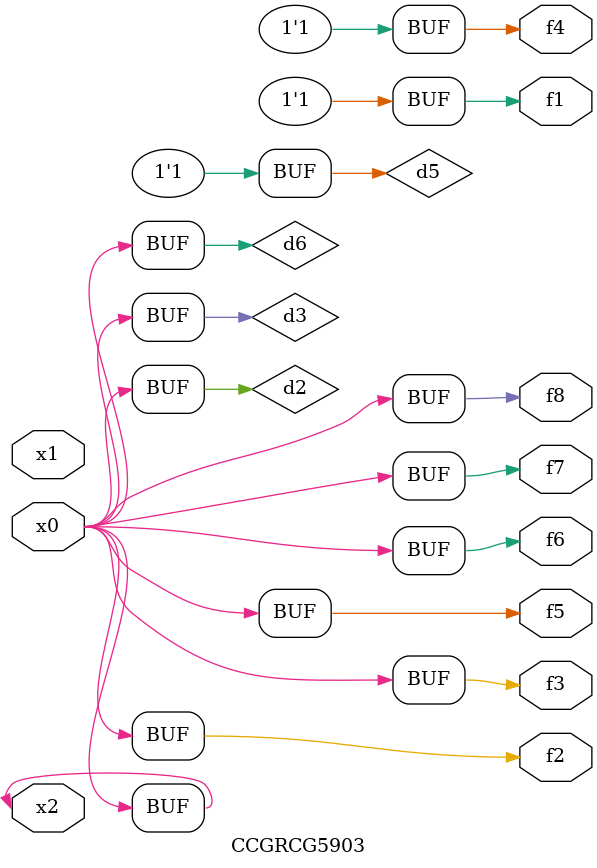
<source format=v>
module CCGRCG5903(
	input x0, x1, x2,
	output f1, f2, f3, f4, f5, f6, f7, f8
);

	wire d1, d2, d3, d4, d5, d6;

	xnor (d1, x2);
	buf (d2, x0, x2);
	and (d3, x0);
	xnor (d4, x1, x2);
	nand (d5, d1, d3);
	buf (d6, d2, d3);
	assign f1 = d5;
	assign f2 = d6;
	assign f3 = d6;
	assign f4 = d5;
	assign f5 = d6;
	assign f6 = d6;
	assign f7 = d6;
	assign f8 = d6;
endmodule

</source>
